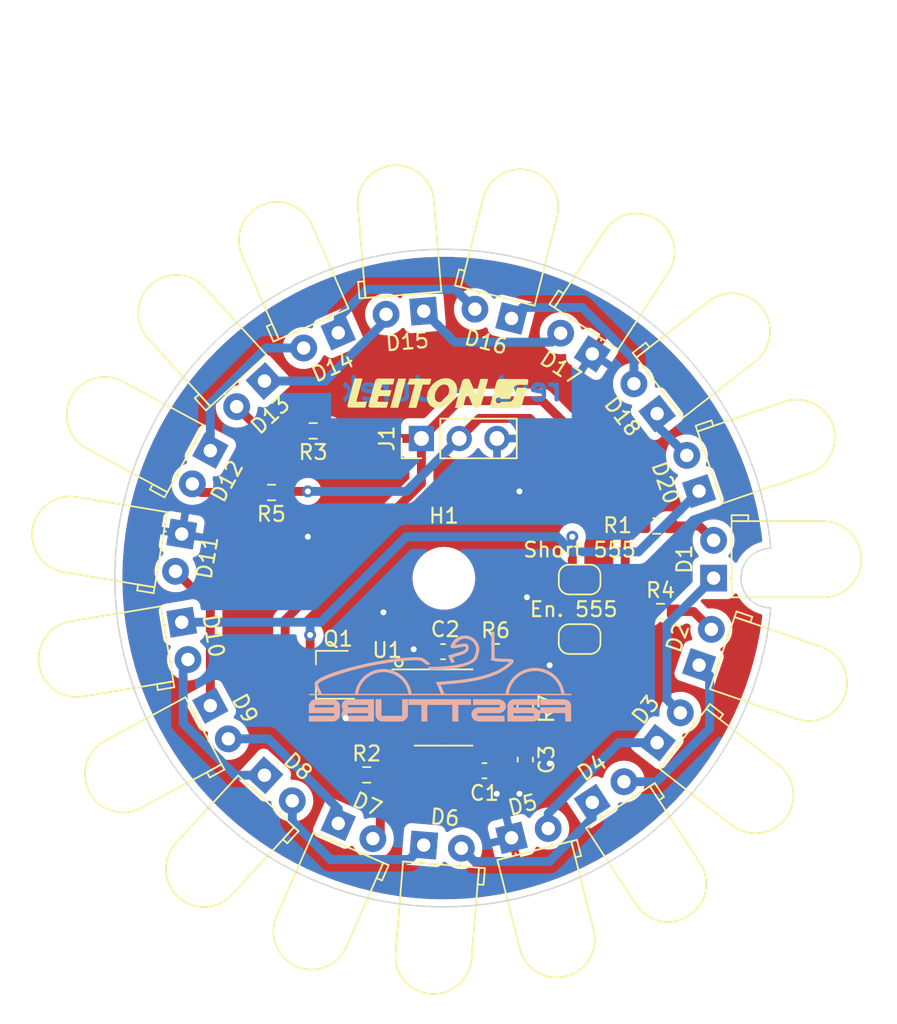
<source format=kicad_pcb>
(kicad_pcb (version 20211014) (generator pcbnew)

  (general
    (thickness 1.6)
  )

  (paper "A4")
  (layers
    (0 "F.Cu" signal)
    (31 "B.Cu" signal)
    (32 "B.Adhes" user "B.Adhesive")
    (33 "F.Adhes" user "F.Adhesive")
    (34 "B.Paste" user)
    (35 "F.Paste" user)
    (36 "B.SilkS" user "B.Silkscreen")
    (37 "F.SilkS" user "F.Silkscreen")
    (38 "B.Mask" user)
    (39 "F.Mask" user)
    (40 "Dwgs.User" user "User.Drawings")
    (41 "Cmts.User" user "User.Comments")
    (42 "Eco1.User" user "User.Eco1")
    (43 "Eco2.User" user "User.Eco2")
    (44 "Edge.Cuts" user)
    (45 "Margin" user)
    (46 "B.CrtYd" user "B.Courtyard")
    (47 "F.CrtYd" user "F.Courtyard")
    (48 "B.Fab" user)
    (49 "F.Fab" user)
    (50 "User.1" user)
    (51 "User.2" user)
    (52 "User.3" user)
    (53 "User.4" user)
    (54 "User.5" user)
    (55 "User.6" user)
    (56 "User.7" user)
    (57 "User.8" user)
    (58 "User.9" user)
  )

  (setup
    (stackup
      (layer "F.SilkS" (type "Top Silk Screen"))
      (layer "F.Paste" (type "Top Solder Paste"))
      (layer "F.Mask" (type "Top Solder Mask") (thickness 0.01))
      (layer "F.Cu" (type "copper") (thickness 0.035))
      (layer "dielectric 1" (type "core") (thickness 1.51) (material "FR4") (epsilon_r 4.5) (loss_tangent 0.02))
      (layer "B.Cu" (type "copper") (thickness 0.035))
      (layer "B.Mask" (type "Bottom Solder Mask") (thickness 0.01))
      (layer "B.Paste" (type "Bottom Solder Paste"))
      (layer "B.SilkS" (type "Bottom Silk Screen"))
      (copper_finish "None")
      (dielectric_constraints no)
    )
    (pad_to_mask_clearance 0)
    (pcbplotparams
      (layerselection 0x00010fc_ffffffff)
      (disableapertmacros false)
      (usegerberextensions false)
      (usegerberattributes true)
      (usegerberadvancedattributes true)
      (creategerberjobfile true)
      (svguseinch false)
      (svgprecision 6)
      (excludeedgelayer true)
      (plotframeref false)
      (viasonmask false)
      (mode 1)
      (useauxorigin false)
      (hpglpennumber 1)
      (hpglpenspeed 20)
      (hpglpendiameter 15.000000)
      (dxfpolygonmode true)
      (dxfimperialunits true)
      (dxfusepcbnewfont true)
      (psnegative false)
      (psa4output false)
      (plotreference true)
      (plotvalue true)
      (plotinvisibletext false)
      (sketchpadsonfab false)
      (subtractmaskfromsilk false)
      (outputformat 1)
      (mirror false)
      (drillshape 0)
      (scaleselection 1)
      (outputdirectory "Gerbers")
    )
  )

  (net 0 "")
  (net 1 "Net-(D1-Pad1)")
  (net 2 "Net-(D1-Pad2)")
  (net 3 "Net-(D2-Pad1)")
  (net 4 "GND")
  (net 5 "Net-(D4-Pad1)")
  (net 6 "Net-(D2-Pad2)")
  (net 7 "Net-(D3-Pad1)")
  (net 8 "Net-(D7-Pad1)")
  (net 9 "Net-(D7-Pad2)")
  (net 10 "Net-(D6-Pad1)")
  (net 11 "Net-(D12-Pad1)")
  (net 12 "Net-(D12-Pad2)")
  (net 13 "Net-(D13-Pad1)")
  (net 14 "Net-(D13-Pad2)")
  (net 15 "Net-(D16-Pad1)")
  (net 16 "Net-(D14-Pad1)")
  (net 17 "Net-(D15-Pad1)")
  (net 18 "Net-(D18-Pad1)")
  (net 19 "Net-(D10-Pad2)")
  (net 20 "RED-")
  (net 21 "Net-(D11-Pad2)")
  (net 22 "/TRIG")
  (net 23 "Net-(C1-Pad1)")
  (net 24 "RED")
  (net 25 "GREEN")
  (net 26 "Net-(Q1-Pad1)")
  (net 27 "RED-OSZ")
  (net 28 "Net-(R6-Pad2)")

  (footprint "LED_THT:LED_D5.0mm_Horizontal_O1.27mm_Z3.0mm_Clear" (layer "F.Cu") (at 47.402247 77.540835 -99.47368421))

  (footprint "Package_TO_SOT_SMD:SOT-23W" (layer "F.Cu") (at 57.5 87 180))

  (footprint "LED_THT:LED_D5.0mm_Horizontal_O1.27mm_Z3.0mm_Clear" (layer "F.Cu") (at 69.575488 97.952741 14.21052632))

  (footprint "Resistor_SMD:R_0603_1608Metric_Pad0.98x0.95mm_HandSolder" (layer "F.Cu") (at 53.4435 74.75 180))

  (footprint "Resistor_SMD:R_0603_1608Metric_Pad0.98x0.95mm_HandSolder" (layer "F.Cu") (at 79.5875 82.75))

  (footprint "LED_THT:LED_D5.0mm_Horizontal_O1.27mm_Z3.0mm_Clear" (layer "F.Cu") (at 57.926233 96.987456 -23.68421053))

  (footprint "LED_THT:LED_D5.0mm_Horizontal_O1.27mm_Z3.0mm_Clear" (layer "F.Cu") (at 83.15675 80.503537 90))

  (footprint "LED_THT:LED_D5.0mm_Horizontal_O1.27mm_Z3.0mm_Clear" (layer "F.Cu") (at 63.670322 98.442057 -4.736842105))

  (footprint "LED_THT:LED_D5.0mm_Horizontal_O1.27mm_Z3.0mm_Clear" (layer "F.Cu") (at 57.926233 64.019618 -156.3157895))

  (footprint "LED_THT:LED_D5.0mm_Horizontal_O1.27mm_Z3.0mm_Clear" (layer "F.Cu") (at 49.326223 89.07059 -61.57894737))

  (footprint "Resistor_SMD:R_0603_1608Metric_Pad0.98x0.95mm_HandSolder" (layer "F.Cu") (at 79.3375 77))

  (footprint "Capacitor_SMD:C_0603_1608Metric" (layer "F.Cu") (at 67.75 93.447))

  (footprint "LED_THT:LED_D5.0mm_Horizontal_O1.27mm_Z3.0mm_Clear" (layer "F.Cu") (at 49.326223 71.936484 -118.4210526))

  (footprint "Connector_PinHeader_2.54mm:PinHeader_1x03_P2.54mm_Vertical" (layer "F.Cu") (at 63.515 71.12 90))

  (footprint "Package_SO:SOIC-8_3.9x4.9mm_P1.27mm" (layer "F.Cu") (at 65 89.197))

  (footprint "LED_THT:LED_D5.0mm_Horizontal_O1.27mm_Z3.0mm_Clear" (layer "F.Cu") (at 47.402247 83.466239 -80.52631579))

  (footprint "LED_THT:LED_D5.0mm_Horizontal_O1.27mm_Z3.0mm_Clear" (layer "F.Cu") (at 75.001816 95.572533 33.15789474))

  (footprint "LED_THT:LED_D5.0mm_Horizontal_O1.27mm_Z3.0mm_Clear" (layer "F.Cu") (at 82.18146 74.658947 108.9473684))

  (footprint "Jumper:SolderJumper-2_P1.3mm_Open_RoundedPad1.0x1.5mm" (layer "F.Cu") (at 74.15 80.6))

  (footprint "footprints:LeitOn_small" (layer "F.Cu") (at 64.516 68.072))

  (footprint "Capacitor_SMD:C_0603_1608Metric" (layer "F.Cu") (at 70.5 92.697 -90))

  (footprint "LED_THT:LED_D5.0mm_Horizontal_O1.27mm_Z3.0mm_Clear" (layer "F.Cu") (at 63.670322 62.565017 -175.2631579))

  (footprint "LED_THT:LED_D5.0mm_Horizontal_O1.27mm_Z3.0mm_Clear" (layer "F.Cu") (at 82.18146 86.348127 71.05263158))

  (footprint "LED_THT:LED_D5.0mm_Horizontal_O1.27mm_Z3.0mm_Clear" (layer "F.Cu") (at 75.001816 65.434541 146.8421053))

  (footprint "LED_THT:LED_D5.0mm_Horizontal_O1.27mm_Z3.0mm_Clear" (layer "F.Cu") (at 52.965682 67.260507 -137.3684211))

  (footprint "Resistor_SMD:R_0603_1608Metric_Pad0.98x0.95mm_HandSolder" (layer "F.Cu") (at 56.2375 70.612 180))

  (footprint "MountingHole:MountingHole_3.2mm_M3" (layer "F.Cu") (at 65.024 80.518))

  (footprint "LED_THT:LED_D5.0mm_Horizontal_O1.27mm_Z3.0mm_Clear" (layer "F.Cu") (at 52.965682 93.746567 -42.63157895))

  (footprint "Resistor_SMD:R_0603_1608Metric_Pad0.98x0.95mm_HandSolder" (layer "F.Cu") (at 59.8375 93.726))

  (footprint "LED_THT:LED_D5.0mm_Horizontal_O1.27mm_Z3.0mm_Clear" (layer "F.Cu") (at 79.361279 91.559365 52.10526316))

  (footprint "Resistor_SMD:R_0603_1608Metric_Pad0.98x0.95mm_HandSolder" (layer "F.Cu") (at 70.5 89.2845 -90))

  (footprint "LED_THT:LED_D5.0mm_Horizontal_O1.27mm_Z3.0mm_Clear" (layer "F.Cu") (at 69.575488 63.054333 165.7894737))

  (footprint "Jumper:SolderJumper-2_P1.3mm_Open_RoundedPad1.0x1.5mm" (layer "F.Cu") (at 74.15 84.6))

  (footprint "LED_THT:LED_D5.0mm_Horizontal_O1.27mm_Z3.0mm_Clear" (layer "F.Cu")
    (tedit 5A6C9E1C) (tstamp f4f8401f-00e2-4058-8b4d-acf3075d7f77)
    (at 79.361279 69.447709 127.8947368)
    (descr "LED, diameter 5.0mm z-position of LED center 3.0mm, 2 pins")
    (tags "LED diameter 5.0mm z-position of LED center 3.0mm 2 pins")
    (property "Sheetfile" "TSAL.kicad_sch")
    (property "Sheetname" "")
    (path "/7796169d-2ad7-4251-a94c-c9ab75bbc1a4")
    (attr through_hole)
    (fp_text reference "D18" (at 1.27 -1.96 127.8947368) (layer "F.SilkS")
      (effects (font (size 1 1) (thickness 0.15)))
      (tstamp c36f7147-bc6f-4cbe-8b56-617ae1aaead3)
    )
    (fp_text value "LED_R" (at 1.27 10.93 127.8947368) (layer "F.Fab")
      (effects (font (size 1 1) (thickness 0.15)))
      (tstamp a6e79250-4ea1-4a1f-b168-c1d347acb43a)
    )
    (fp_text user "${REFERENCE}" (at 1.27 0 127.8947368) (layer "F.Fab")
      (effects (font (size 1 1) (thickness 0.15)))
      (tstamp 0a7da8e8-4a29-4619-8c2a-45042f49f661)
    )
    (fp_line (start 2.54 1.08) (end 2.54 1.08) (layer "F.SilkS") (width 0.12) (tstamp 13f293f5-71fa-4ce7-bfc1-43137bddb382))
    (fp_line (start 3.83 1.21) (end 4.23 1.21) (layer "F.SilkS") (width 0.12) (tstamp 20fac508-78eb-4aa5-add1-1566151feb66))
    (fp_line (start 0 1.21) (end 0 1.08) (layer "F.SilkS") (width 0.12) (tstamp 268c6477-051a-4631-8f4a-c86c47bf5102))
    (fp_line (start 0 1.08) (end 0 1.08) (layer "F.SilkS") (width 0.12) (tstamp 31f4dc6c-dde9-45e8-b29d-489d35e0f1d0))
    (fp_line (start 3.83 2.33) (end 3.83 1.21) (layer "F.SilkS") (width 0.12) (tstamp 491de0e1-cd41-47a4-a79b-f86c4b58fa87))
    (fp_line (start 3.83 1.21) (end 3.83 7.37) (layer "F.SilkS") (width 0.12) (tstamp 7bfe75c7-ef59-483f-8531-f86433a553f4))
    (fp_line (start 2.54 1.21) (end 2.54 1.21) (layer "F.SilkS") (width 0.12) (tstamp 7e4a5f4a-ba57-4793-9c6e-04e153b677a9))
    (fp_line (start 0 1.21) (end 0 1.21) (layer "F.SilkS") (width 0.12) (tstamp 9c3dbdfa-1d03-4398-9be7-f28a12c9bf19))
    (fp_line (start 4.23 1.21) (end 4.23 2.33) (layer "F.SilkS") (width 0.12) (tstamp 9d3292e9-89ed-435a-b615-fc52a41b2a3d))
    (fp_line (start 2.54 1.08) (end 2.54 1.21) (layer "F.SilkS") (width 0.12) (tstamp 9feb2246-afac-4ea1-a19b-0b21b94e2662))
    (fp_line (start 2.54 1.21) (end 2.54 1.08) (layer "F.SilkS") (width 0.12) (tstamp a8aaba27-4342-41ce-bbda-d0444467961f))
    (fp_line (start 4.23 2.33) (end 3.83 2.33) (layer "F.SilkS") (width 0.12) (tstamp a9d66172-b21f-445f-bff6-1303cec8590d))
    (fp_line (start -1.29 1.21) (end 3.83 1.21) (layer "F.SilkS") (width 0.12) (tstamp ae81fe48-d57e-4488-a23e-f57c11561913))
    (fp_line (start 0 1.08) (end 0 1.21) (layer "F.SilkS") (width 0.12) (tstamp be6377f8-a401-401c-9bdf-6f9152f2a7bd))
    (fp_line (start -1.29 1.21) (end -1.29 7.37) (layer "F.SilkS") (width 0.12) (tstamp c760136f-382d-4dce-baed-596591861912))
    (fp_arc (start 3.83 7.37) (mid 1.27 9.93) (end -1.29 7.37) (layer "F.SilkS") (width 0.12) (tstamp 39a58874-d2bf-449b-9f58-07b2f1a46d16))
    (fp_line (start 4.5 -1.25) (end -1.95 -1.25) (layer "F.CrtYd") (width 0.05) (tstamp 442f453a-9b44-44ab-a898-82f45629c72d))
    (fp_line (start -1.95 -1.25) (end -1.95 10.2) (layer "F.CrtYd") (width 0.05) (tstamp 78fa7842-f3c6-48db-8c77-7797633506e5))
    (fp_line (start 4.5 10.2) (end 4.5 -1.25) (layer "F.CrtYd") (width 0.05) (tstamp 94d07718-2fcc-40a0-ad0e-c4bb67bc804a))
    (fp_line (start -1.95 10.2) (end 4.5 10.2) (layer "F.CrtYd") (width 0.05) (tstamp f1d34821-cc17-42fc-b481-1c7f738497e3))
    (fp_line (start 3.77 2.27) (end 3.77 1.27) (layer "F.Fab") (width 0.1) (tstamp 009110da-fae2-454e-8387-1e8fd70409cb))
    (fp_line (start 4.17 1.27) (end 4.17 2.27) (layer "F.Fab") (width 0.1) (tstamp 116b375f-957b-4eda-a12b-df384678f533))
    (fp_line (start 3.77 1.27) (end 4.17 1.27) (layer "F.Fab") (width 0.1) (tstamp 16b71e23-859c-4e16-8af1-5d30a5c2b726))
    (fp_line (start 2.54 1.27) (end 2.54 0) (layer "F.Fab") (width 0.1) (tstamp 1b642110-eaa8-451d-b449-e92e71e75978))
    (fp_line (start 0 0) (end 0 0) (layer "F.Fab") (width 0.1) (tstamp 1b80aaa4-9cfe-448e-8ff1-d2c69f706b2e))
    (fp_line (start 0 1.27) (end 0 0) (layer "F.Fab") (width 0.1) (tstamp 6a8a1901-a3c7-470d-99d9-02146451972b))
    (fp_line (start 2.54 0) (end 2.54 0) (layer "F.Fab") (width 0.1) (tstamp 7c7cfeb1-8cd1-4c5f-8e65-42b386d94011))
    (fp_line (start 0 0) (end 0 1.27) (layer "F.Fab") (width 0.1) (tstamp 834d0192-2f8f-45da-a664-ea874d4070f9))
    (fp_line (start 0 1.27) (end 0 1.27) (layer "F.Fab") (width 0.1) (tstamp 8519174e-f406-4836-8f33-e219a5351591))
    (fp_line (start 3.77 1.27) (end 3.77 7.37) (layer "F.Fab") (width 0.1) (tstamp bdf9dfdb-3e3e-46cc-8bb8-4372561c164b))
    (fp_line (start 2.54 0) (end 2.54 1.27) (layer "F.Fab") (width 0.1) (tstamp be52ce9f-4498-483f-a791-994a787b7224))
    (fp_line (start 4.17 2.27) (end 3.77 2.27) (layer "F.Fab") (width 0.1) (tstamp c4eb404f-f3d2-4506-bf24-56396736d56f))
    (fp_line (start -1.23 1.27) (end 3.77 1.27) (layer "F.Fab") (width 0.1) (tstamp d9452562-ce7e-4680-9c6e-6998b86cb475))
    (fp_line (start 2.5
... [382921 chars truncated]
</source>
